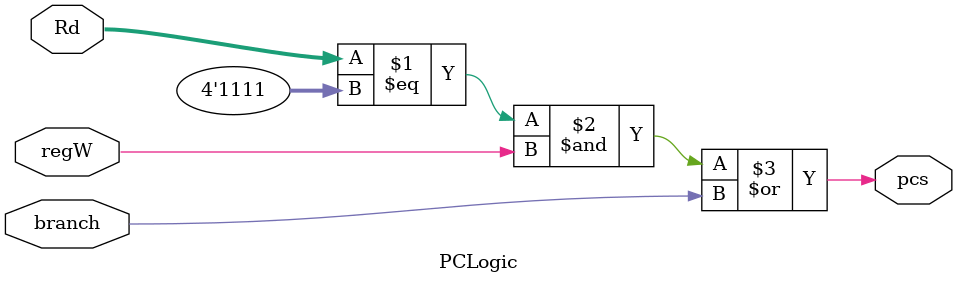
<source format=sv>

module PCLogic(input logic [3:0] Rd, input logic branch, regW, output logic pcs);

	assign pcs = ((Rd == 15)&(regW))| branch;

endmodule 
</source>
